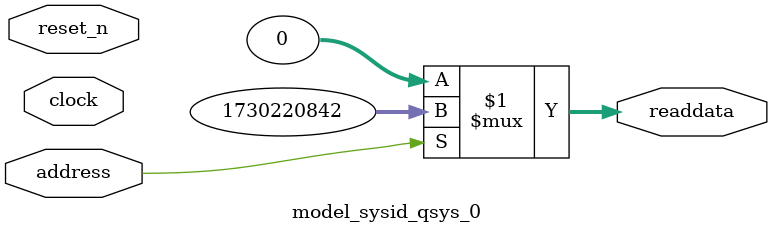
<source format=v>



// synthesis translate_off
`timescale 1ns / 1ps
// synthesis translate_on

// turn off superfluous verilog processor warnings 
// altera message_level Level1 
// altera message_off 10034 10035 10036 10037 10230 10240 10030 

module model_sysid_qsys_0 (
               // inputs:
                address,
                clock,
                reset_n,

               // outputs:
                readdata
             )
;

  output  [ 31: 0] readdata;
  input            address;
  input            clock;
  input            reset_n;

  wire    [ 31: 0] readdata;
  //control_slave, which is an e_avalon_slave
  assign readdata = address ? 1730220842 : 0;

endmodule



</source>
